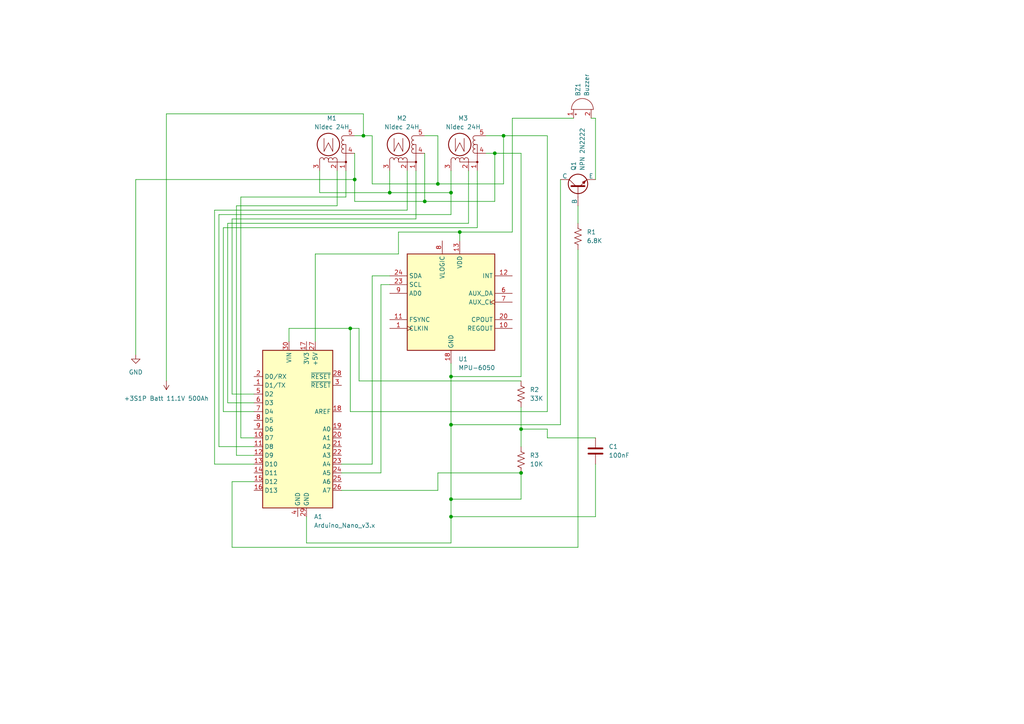
<source format=kicad_sch>
(kicad_sch (version 20250114) (generator "eeschema") (generator_version "9.0")
  (paper "A4")
  (lib_symbols
    (symbol "Device:Buzzer" (pin_names (offset 0.0254) (hide yes))
      (property "Reference" "BZ" (at 3.81 1.27 0))
      (property "Value" "Buzzer" (at 3.81 -1.27 0))
      (symbol "Buzzer_0_1"
        (polyline (pts (xy -1.651 1.905) (xy -1.143 1.905)))
        (polyline (pts (xy -1.397 2.159) (xy -1.397 1.651)))
        (arc (start 0 3.175) (mid 3.1612 0) (end 0 -3.175))
        (polyline (pts (xy 0 3.175) (xy 0 -3.175)))
      )
      (symbol "Buzzer_1_1"
        (pin passive line (at -2.54 2.54 0) (length 2.54) (name "+") (number "1"))
        (pin passive line (at -2.54 -2.54 0) (length 2.54) (name "-") (number "2"))
      )
    )
    (symbol "Device:C" (pin_numbers (hide yes)) (pin_names (offset 0.254))
      (property "Reference" "C" (at 0.635 2.54 0))
      (property "Value" "C" (at 0.635 -2.54 0))
      (symbol "C_0_1"
        (polyline (pts (xy -2.032 0.762) (xy 2.032 0.762)) (stroke (width 0.508)))
        (polyline (pts (xy -2.032 -0.762) (xy 2.032 -0.762)) (stroke (width 0.508)))
      )
      (symbol "C_1_1"
        (pin passive line (at 0 3.81 270) (length 2.794) (name "~") (number "1"))
        (pin passive line (at 0 -3.81 90) (length 2.794) (name "~") (number "2"))
      )
    )
    (symbol "Device:R_US" (pin_numbers (hide yes)) (pin_names (offset 0))
      (property "Reference" "R" (at 2.54 0 90))
      (property "Value" "R_US" (at -2.54 0 90))
      (symbol "R_US_0_1"
        (polyline (pts (xy 0 2.286) (xy 0 2.54)))
        (polyline (pts (xy 0 2.286) (xy 1.016 1.905) (xy 0 1.524) (xy -1.016 1.143) (xy 0 0.762)))
        (polyline (pts (xy 0 0.762) (xy 1.016 0.381) (xy 0 0) (xy -1.016 -0.381) (xy 0 -0.762)))
        (polyline (pts (xy 0 -0.762) (xy 1.016 -1.143) (xy 0 -1.524) (xy -1.016 -1.905) (xy 0 -2.286)))
        (polyline (pts (xy 0 -2.286) (xy 0 -2.54)))
      )
      (symbol "R_US_1_1"
        (pin passive line (at 0 3.81 270) (length 1.27) (name "~") (number "1"))
        (pin passive line (at 0 -3.81 90) (length 1.27) (name "~") (number "2"))
      )
    )
    (symbol "MCU_Module:Arduino_Nano_v3.x"
      (property "Reference" "A" (at -10.16 23.495 0))
      (property "Value" "Arduino_Nano_v3.x" (at 5.08 -24.13 0))
      (symbol "Arduino_Nano_v3.x_0_1"
        (rectangle (start -10.16 22.86) (end 10.16 -22.86) (stroke (width 0.254)) (fill (type background)))
      )
      (symbol "Arduino_Nano_v3.x_1_1"
        (pin bidirectional line (at -12.7 15.24 0) (length 2.54) (name "D0/RX") (number "2"))
        (pin bidirectional line (at -12.7 12.7 0) (length 2.54) (name "D1/TX") (number "1"))
        (pin bidirectional line (at -12.7 10.16 0) (length 2.54) (name "D2") (number "5"))
        (pin bidirectional line (at -12.7 7.62 0) (length 2.54) (name "D3") (number "6"))
        (pin bidirectional line (at -12.7 5.08 0) (length 2.54) (name "D4") (number "7"))
        (pin bidirectional line (at -12.7 2.54 0) (length 2.54) (name "D5") (number "8"))
        (pin bidirectional line (at -12.7 0 0) (length 2.54) (name "D6") (number "9"))
        (pin bidirectional line (at -12.7 -2.54 0) (length 2.54) (name "D7") (number "10"))
        (pin bidirectional line (at -12.7 -5.08 0) (length 2.54) (name "D8") (number "11"))
        (pin bidirectional line (at -12.7 -7.62 0) (length 2.54) (name "D9") (number "12"))
        (pin bidirectional line (at -12.7 -10.16 0) (length 2.54) (name "D10") (number "13"))
        (pin bidirectional line (at -12.7 -12.7 0) (length 2.54) (name "D11") (number "14"))
        (pin bidirectional line (at -12.7 -15.24 0) (length 2.54) (name "D12") (number "15"))
        (pin bidirectional line (at -12.7 -17.78 0) (length 2.54) (name "D13") (number "16"))
        (pin power_in line (at -2.54 25.4 270) (length 2.54) (name "VIN") (number "30"))
        (pin power_in line (at 0 -25.4 90) (length 2.54) (name "GND") (number "4"))
        (pin power_out line (at 2.54 25.4 270) (length 2.54) (name "3V3") (number "17"))
        (pin power_in line (at 2.54 -25.4 90) (length 2.54) (name "GND") (number "29"))
        (pin power_out line (at 5.08 25.4 270) (length 2.54) (name "+5V") (number "27"))
        (pin input line (at 12.7 15.24 180) (length 2.54) (name "~{RESET}") (number "28"))
        (pin input line (at 12.7 12.7 180) (length 2.54) (name "~{RESET}") (number "3"))
        (pin input line (at 12.7 5.08 180) (length 2.54) (name "AREF") (number "18"))
        (pin bidirectional line (at 12.7 0 180) (length 2.54) (name "A0") (number "19"))
        (pin bidirectional line (at 12.7 -2.54 180) (length 2.54) (name "A1") (number "20"))
        (pin bidirectional line (at 12.7 -5.08 180) (length 2.54) (name "A2") (number "21"))
        (pin bidirectional line (at 12.7 -7.62 180) (length 2.54) (name "A3") (number "22"))
        (pin bidirectional line (at 12.7 -10.16 180) (length 2.54) (name "A4") (number "23"))
        (pin bidirectional line (at 12.7 -12.7 180) (length 2.54) (name "A5") (number "24"))
        (pin bidirectional line (at 12.7 -15.24 180) (length 2.54) (name "A6") (number "25"))
        (pin bidirectional line (at 12.7 -17.78 180) (length 2.54) (name "A7") (number "26"))
      )
    )
    (symbol "Motor:Stepper_Motor_unipolar_5pin" (pin_names (offset 0) (hide yes))
      (property "Reference" "M" (at 3.81 2.54 0))
      (property "Value" "Stepper_Motor_unipolar_5pin" (at 3.81 1.27 0))
      (symbol "Stepper_Motor_unipolar_5pin_0_0"
        (polyline (pts (xy -1.27 -1.778) (xy -1.27 2.032) (xy 0 -0.508) (xy 1.27 2.032) (xy 1.27 -1.778)))
      )
      (symbol "Stepper_Motor_unipolar_5pin_0_1"
        (circle (center -5.08 5.08) (radius 0.0001) (fill (type outline)))
        (circle (center -5.08 5.08) (radius 0.254) (fill (type outline)))
        (polyline (pts (xy -5.08 5.08) (xy -5.08 0) (xy -4.445 0)))
        (polyline (pts (xy -5.08 2.54) (xy -4.445 2.54)))
        (polyline (pts (xy -5.08 -2.54) (xy -4.445 -2.54)))
        (arc (start -4.445 2.54) (mid -3.8127 1.905) (end -4.445 1.27))
        (arc (start -4.445 1.27) (mid -3.8127 0.635) (end -4.445 0))
        (arc (start -4.445 0) (mid -3.8127 -0.635) (end -4.445 -1.27))
        (arc (start -4.445 -1.27) (mid -3.8127 -1.905) (end -4.445 -2.54))
        (polyline (pts (xy -2.54 4.445) (xy -2.54 5.08)))
        (arc (start -1.27 4.445) (mid -1.905 3.8127) (end -2.54 4.445))
        (arc (start 0 4.445) (mid -0.635 3.8127) (end -1.27 4.445))
        (polyline (pts (xy 0 4.445) (xy 0 5.08) (xy -5.08 5.08)))
        (circle (center 0 0) (radius 3.2512) (stroke (width 0.254)))
        (arc (start 1.27 4.445) (mid 0.635 3.8127) (end 0 4.445))
        (arc (start 2.54 4.445) (mid 1.905 3.8127) (end 1.27 4.445))
        (polyline (pts (xy 2.54 4.445) (xy 2.54 5.08)))
      )
      (symbol "Stepper_Motor_unipolar_5pin_1_1"
        (pin passive line (at -7.62 2.54 0) (length 2.54) (name "~") (number "4"))
        (pin passive line (at -7.62 -2.54 0) (length 2.54) (name "~") (number "5"))
        (pin passive line (at -5.08 7.62 270) (length 2.54) (name "~") (number "1"))
        (pin passive line (at -2.54 7.62 270) (length 2.54) (name "~") (number "2"))
        (pin passive line (at 2.54 7.62 270) (length 2.54) (name "-") (number "3"))
      )
    )
    (symbol "Sensor_Motion:MPU-6050"
      (property "Reference" "U" (at -11.43 13.97 0))
      (property "Value" "MPU-6050" (at 7.62 -15.24 0))
      (symbol "MPU-6050_0_1"
        (rectangle (start -12.7 13.97) (end 12.7 -13.97) (stroke (width 0.254)) (fill (type background)))
      )
      (symbol "MPU-6050_1_1"
        (pin bidirectional line (at -17.78 7.62 0) (length 5.08) (name "SDA") (number "24"))
        (pin input line (at -17.78 5.08 0) (length 5.08) (name "SCL") (number "23"))
        (pin input line (at -17.78 2.54 0) (length 5.08) (name "AD0") (number "9"))
        (pin input line (at -17.78 -5.08 0) (length 5.08) (name "FSYNC") (number "11"))
        (pin input clock (at -17.78 -7.62 0) (length 5.08) (name "CLKIN") (number "1"))
        (pin no_connect line (at -12.7 12.7 0) (length 2.54) (hide yes) (name "NC") (number "2"))
        (pin no_connect line (at -12.7 10.16 0) (length 2.54) (hide yes) (name "NC") (number "3"))
        (pin no_connect line (at -12.7 0 0) (length 2.54) (hide yes) (name "NC") (number "4"))
        (pin no_connect line (at -12.7 -2.54 0) (length 2.54) (hide yes) (name "NC") (number "5"))
        (pin no_connect line (at -12.7 -10.16 0) (length 2.54) (hide yes) (name "NC") (number "14"))
        (pin power_in line (at -2.54 17.78 270) (length 3.81) (name "VLOGIC") (number "8"))
        (pin power_in line (at 0 -17.78 90) (length 3.81) (name "GND") (number "18"))
        (pin power_in line (at 2.54 17.78 270) (length 3.81) (name "VDD") (number "13"))
        (pin no_connect line (at 12.7 12.7 180) (length 2.54) (hide yes) (name "NC") (number "15"))
        (pin no_connect line (at 12.7 10.16 180) (length 2.54) (hide yes) (name "NC") (number "16"))
        (pin no_connect line (at 12.7 5.08 180) (length 2.54) (hide yes) (name "NC") (number "17"))
        (pin no_connect line (at 12.7 -2.54 180) (length 2.54) (hide yes) (name "RESV") (number "21"))
        (pin no_connect line (at 12.7 -10.16 180) (length 2.54) (hide yes) (name "RESV") (number "19"))
        (pin no_connect line (at 12.7 -12.7 180) (length 2.54) (hide yes) (name "RESV") (number "22"))
        (pin output line (at 17.78 7.62 180) (length 5.08) (name "INT") (number "12"))
        (pin bidirectional line (at 17.78 2.54 180) (length 5.08) (name "AUX_DA") (number "6"))
        (pin output clock (at 17.78 0 180) (length 5.08) (name "AUX_CL") (number "7"))
        (pin passive line (at 17.78 -5.08 180) (length 5.08) (name "CPOUT") (number "20"))
        (pin passive line (at 17.78 -7.62 180) (length 5.08) (name "REGOUT") (number "10"))
      )
    )
    (symbol "Simulation_SPICE:NPN" (pin_numbers (hide yes)) (pin_names (offset 0))
      (property "Reference" "Q" (at -2.54 7.62 0))
      (property "Value" "NPN" (at -2.54 5.08 0))
      (symbol "NPN_0_1"
        (polyline (pts (xy -2.54 0) (xy 0.635 0)) (stroke (width 0.1524)))
        (polyline (pts (xy 0.635 1.905) (xy 0.635 -1.905) (xy 0.635 -1.905)) (stroke (width 0.508)))
        (polyline (pts (xy 0.635 0.635) (xy 2.54 2.54)))
        (polyline (pts (xy 0.635 -0.635) (xy 2.54 -2.54) (xy 2.54 -2.54)))
        (circle (center 1.27 0) (radius 2.8194) (stroke (width 0.254)))
        (polyline (pts (xy 1.27 -1.778) (xy 1.778 -1.27) (xy 2.286 -2.286) (xy 1.27 -1.778) (xy 1.27 -1.778)) (fill (type outline)))
        (polyline (pts (xy 2.794 -1.27) (xy 2.794 -1.27)) (stroke (width 0.1524)))
        (polyline (pts (xy 2.794 -1.27) (xy 2.794 -1.27)) (stroke (width 0.1524)))
      )
      (symbol "NPN_1_1"
        (pin input line (at -5.08 0 0) (length 2.54) (name "B") (number "2"))
        (pin open_collector line (at 2.54 5.08 270) (length 2.54) (name "C") (number "1"))
        (pin open_emitter line (at 2.54 -5.08 90) (length 2.54) (name "E") (number "3"))
      )
    )
    (symbol "power:+BATT" (power) (pin_numbers (hide yes)) (pin_names (offset 0) (hide yes))
      (property "Value" "+BATT" (at 0 3.556 0))
      (symbol "+BATT_0_1"
        (polyline (pts (xy -0.762 1.27) (xy 0 2.54)))
        (polyline (pts (xy 0 2.54) (xy 0.762 1.27)))
        (polyline (pts (xy 0 0) (xy 0 2.54)))
      )
      (symbol "+BATT_1_1"
        (pin power_in line (at 0 0 90) (length 0) (name "~") (number "1"))
      )
    )
    (symbol "power:GND" (power) (pin_numbers (hide yes)) (pin_names (offset 0) (hide yes))
      (property "Value" "GND" (at 0 -3.81 0))
      (symbol "GND_0_1"
        (polyline (pts (xy 0 0) (xy 0 -1.27) (xy 1.27 -1.27) (xy 0 -2.54) (xy -1.27 -1.27) (xy 0 -1.27)))
      )
      (symbol "GND_1_1"
        (pin power_in line (at 0 0 270) (length 0) (name "~") (number "1"))
      )
    )
  )
  (junction (at 101.6 95.25))
  (junction (at 127 53.34))
  (junction (at 143.51 44.45))
  (junction (at 133.35 67.31))
  (junction (at 130.81 123.19))
  (junction (at 130.81 109.22))
  (junction (at 151.13 124.46))
  (junction (at 130.81 144.78))
  (junction (at 123.19 58.42))
  (junction (at 102.87 52.07))
  (junction (at 146.05 39.37))
  (junction (at 105.41 39.37))
  (junction (at 113.03 55.88))
  (junction (at 130.81 149.86))
  (junction (at 151.13 137.16))
  (junction (at 130.81 55.88))
  (wire (pts (xy 120.65 63.5) (xy 67.31 63.5)))
  (wire (pts (xy 148.59 34.29) (xy 148.59 67.31)))
  (wire (pts (xy 102.87 58.42) (xy 102.87 52.07)))
  (wire (pts (xy 101.6 95.25) (xy 104.14 95.25)))
  (wire (pts (xy 104.14 110.49) (xy 151.13 110.49)))
  (wire (pts (xy 66.04 64.77) (xy 66.04 116.84)))
  (wire (pts (xy 130.81 62.23) (xy 63.5 62.23)))
  (wire (pts (xy 172.72 149.86) (xy 130.81 149.86)))
  (wire (pts (xy 83.82 99.06) (xy 83.82 95.25)))
  (wire (pts (xy 104.14 95.25) (xy 104.14 110.49)))
  (wire (pts (xy 67.31 114.3) (xy 73.66 114.3)))
  (wire (pts (xy 138.43 49.53) (xy 138.43 66.04)))
  (wire (pts (xy 63.5 129.54) (xy 73.66 129.54)))
  (wire (pts (xy 83.82 95.25) (xy 101.6 95.25)))
  (wire (pts (xy 151.13 44.45) (xy 151.13 109.22)))
  (wire (pts (xy 67.31 63.5) (xy 67.31 114.3)))
  (wire (pts (xy 130.81 49.53) (xy 130.81 55.88)))
  (wire (pts (xy 91.44 73.66) (xy 115.57 73.66)))
  (wire (pts (xy 135.89 64.77) (xy 66.04 64.77)))
  (wire (pts (xy 140.97 44.45) (xy 143.51 44.45)))
  (wire (pts (xy 39.37 52.07) (xy 102.87 52.07)))
  (wire (pts (xy 64.77 119.38) (xy 73.66 119.38)))
  (wire (pts (xy 88.9 149.86) (xy 88.9 157.48)))
  (wire (pts (xy 66.04 116.84) (xy 73.66 116.84)))
  (wire (pts (xy 130.81 109.22) (xy 130.81 123.19)))
  (wire (pts (xy 120.65 49.53) (xy 120.65 63.5)))
  (wire (pts (xy 100.33 49.53) (xy 100.33 57.15)))
  (wire (pts (xy 101.6 119.38) (xy 101.6 95.25)))
  (wire (pts (xy 107.95 134.62) (xy 107.95 80.01)))
  (wire (pts (xy 123.19 58.42) (xy 102.87 58.42)))
  (wire (pts (xy 64.77 66.04) (xy 64.77 119.38)))
  (wire (pts (xy 64.77 66.04) (xy 138.43 66.04)))
  (wire (pts (xy 62.23 134.62) (xy 62.23 60.96)))
  (wire (pts (xy 68.58 59.69) (xy 68.58 132.08)))
  (wire (pts (xy 130.81 123.19) (xy 162.56 123.19)))
  (wire (pts (xy 69.85 57.15) (xy 69.85 127)))
  (wire (pts (xy 67.31 158.75) (xy 67.31 139.7)))
  (wire (pts (xy 148.59 67.31) (xy 133.35 67.31)))
  (wire (pts (xy 115.57 67.31) (xy 133.35 67.31)))
  (wire (pts (xy 127 142.24) (xy 127 137.16)))
  (wire (pts (xy 127 53.34) (xy 146.05 53.34)))
  (wire (pts (xy 172.72 34.29) (xy 171.45 34.29)))
  (wire (pts (xy 127 39.37) (xy 123.19 39.37)))
  (wire (pts (xy 62.23 134.62) (xy 73.66 134.62)))
  (wire (pts (xy 62.23 60.96) (xy 118.11 60.96)))
  (wire (pts (xy 130.81 149.86) (xy 130.81 157.48)))
  (wire (pts (xy 100.33 57.15) (xy 69.85 57.15)))
  (wire (pts (xy 158.75 124.46) (xy 151.13 124.46)))
  (wire (pts (xy 107.95 39.37) (xy 107.95 53.34)))
  (wire (pts (xy 151.13 118.11) (xy 151.13 124.46)))
  (wire (pts (xy 69.85 127) (xy 73.66 127)))
  (wire (pts (xy 146.05 39.37) (xy 158.75 39.37)))
  (wire (pts (xy 97.79 49.53) (xy 97.79 59.69)))
  (wire (pts (xy 67.31 139.7) (xy 73.66 139.7)))
  (wire (pts (xy 48.26 33.02) (xy 105.41 33.02)))
  (wire (pts (xy 143.51 44.45) (xy 151.13 44.45)))
  (wire (pts (xy 48.26 110.49) (xy 48.26 33.02)))
  (wire (pts (xy 172.72 52.07) (xy 172.72 34.29)))
  (wire (pts (xy 92.71 55.88) (xy 113.03 55.88)))
  (wire (pts (xy 166.37 34.29) (xy 148.59 34.29)))
  (wire (pts (xy 118.11 49.53) (xy 118.11 60.96)))
  (wire (pts (xy 110.49 137.16) (xy 110.49 82.55)))
  (wire (pts (xy 158.75 127) (xy 158.75 124.46)))
  (wire (pts (xy 151.13 124.46) (xy 151.13 129.54)))
  (wire (pts (xy 130.81 144.78) (xy 151.13 144.78)))
  (wire (pts (xy 143.51 44.45) (xy 143.51 58.42)))
  (wire (pts (xy 146.05 39.37) (xy 146.05 53.34)))
  (wire (pts (xy 172.72 127) (xy 158.75 127)))
  (wire (pts (xy 123.19 58.42) (xy 143.51 58.42)))
  (wire (pts (xy 133.35 67.31) (xy 133.35 69.85)))
  (wire (pts (xy 97.79 59.69) (xy 68.58 59.69)))
  (wire (pts (xy 135.89 49.53) (xy 135.89 64.77)))
  (wire (pts (xy 39.37 102.87) (xy 39.37 52.07)))
  (wire (pts (xy 99.06 142.24) (xy 127 142.24)))
  (wire (pts (xy 110.49 82.55) (xy 113.03 82.55)))
  (wire (pts (xy 172.72 134.62) (xy 172.72 149.86)))
  (wire (pts (xy 167.64 72.39) (xy 167.64 158.75)))
  (wire (pts (xy 167.64 158.75) (xy 67.31 158.75)))
  (wire (pts (xy 127 53.34) (xy 127 39.37)))
  (wire (pts (xy 127 137.16) (xy 151.13 137.16)))
  (wire (pts (xy 130.81 105.41) (xy 130.81 109.22)))
  (wire (pts (xy 88.9 157.48) (xy 130.81 157.48)))
  (wire (pts (xy 99.06 134.62) (xy 107.95 134.62)))
  (wire (pts (xy 130.81 123.19) (xy 130.81 144.78)))
  (wire (pts (xy 91.44 99.06) (xy 91.44 73.66)))
  (wire (pts (xy 151.13 109.22) (xy 130.81 109.22)))
  (wire (pts (xy 158.75 119.38) (xy 101.6 119.38)))
  (wire (pts (xy 68.58 132.08) (xy 73.66 132.08)))
  (wire (pts (xy 158.75 39.37) (xy 158.75 119.38)))
  (wire (pts (xy 105.41 39.37) (xy 107.95 39.37)))
  (wire (pts (xy 140.97 39.37) (xy 146.05 39.37)))
  (wire (pts (xy 113.03 55.88) (xy 130.81 55.88)))
  (wire (pts (xy 130.81 144.78) (xy 130.81 149.86)))
  (wire (pts (xy 162.56 52.07) (xy 162.56 123.19)))
  (wire (pts (xy 92.71 49.53) (xy 92.71 55.88)))
  (wire (pts (xy 63.5 62.23) (xy 63.5 129.54)))
  (wire (pts (xy 115.57 73.66) (xy 115.57 67.31)))
  (wire (pts (xy 107.95 80.01) (xy 113.03 80.01)))
  (wire (pts (xy 102.87 39.37) (xy 105.41 39.37)))
  (wire (pts (xy 107.95 53.34) (xy 127 53.34)))
  (wire (pts (xy 167.64 59.69) (xy 167.64 64.77)))
  (wire (pts (xy 99.06 137.16) (xy 110.49 137.16)))
  (wire (pts (xy 130.81 55.88) (xy 130.81 62.23)))
  (wire (pts (xy 151.13 137.16) (xy 151.13 144.78)))
  (wire (pts (xy 113.03 49.53) (xy 113.03 55.88)))
  (wire (pts (xy 102.87 52.07) (xy 102.87 44.45)))
  (wire (pts (xy 123.19 44.45) (xy 123.19 58.42)))
  (wire (pts (xy 105.41 33.02) (xy 105.41 39.37)))
  (symbol (lib_id "Motor:Stepper_Motor_unipolar_5pin") (at 95.25 41.91 180) (unit 1)
    (property "Reference" "M1" (at 96.2279 34.29 0))
    (property "Value" "Nidec 24H" (at 96.2279 36.83 0))
    (property "Datasheet" "http://www.infineon.com/dgdl/Application-Note-TLE8110EE_driving_UniPolarStepperMotor_V1.1.pdf?fileId=db3a30431be39b97011be5d0aa0a00b0" (effects (hide yes)))
    (property "Description" "5-wire unipolar stepper motor" (effects (hide yes)))
  )
  (symbol (lib_id "Motor:Stepper_Motor_unipolar_5pin") (at 133.35 41.91 180) (unit 1)
    (property "Reference" "M3" (at 134.3279 34.29 0))
    (property "Value" "Nidec 24H" (at 134.3279 36.83 0))
    (property "Datasheet" "http://www.infineon.com/dgdl/Application-Note-TLE8110EE_driving_UniPolarStepperMotor_V1.1.pdf?fileId=db3a30431be39b97011be5d0aa0a00b0" (effects (hide yes)))
    (property "Description" "5-wire unipolar stepper motor" (effects (hide yes)))
  )
  (symbol (lib_id "Simulation_SPICE:NPN") (at 167.64 54.61 90) (unit 1)
    (property "Reference" "Q1" (at 166.3699 49.53 0) (effects (justify left)))
    (property "Value" "NPN 2N2222" (at 168.9099 49.53 0) (effects (justify left)))
    (property "Footprint" "Package_TO_SOT_THT:TO-39-3" (effects (hide yes)))
    (property "Datasheet" "https://ngspice.sourceforge.io/docs/ngspice-html-manual/manual.xhtml#cha_BJTs" (effects (hide yes)))
    (property "Description" "Bipolar transistor symbol for simulation only, substrate tied to the emitter" (effects (hide yes)))
    (property "Sim.Device" "NPN" (effects (hide yes)))
    (property "Sim.Type" "GUMMELPOON" (effects (hide yes)))
    (property "Sim.Pins" "1=C 2=B 3=E" (effects (hide yes)))
  )
  (symbol (lib_id "Device:R_US") (at 151.13 114.3 0) (unit 1)
    (property "Reference" "R2" (at 153.67 113.0299 0) (effects (justify left)))
    (property "Value" "33K" (at 153.67 115.5699 0) (effects (justify left)))
    (property "Footprint" "Resistor_SMD:R_0805_2012Metric" (effects (hide yes)))
    (property "Description" "Resistor, US symbol" (effects (hide yes)))
  )
  (symbol (lib_id "Motor:Stepper_Motor_unipolar_5pin") (at 115.57 41.91 180) (unit 1)
    (property "Reference" "M2" (at 116.5479 34.29 0))
    (property "Value" "Nidec 24H" (at 116.5479 36.83 0))
    (property "Datasheet" "http://www.infineon.com/dgdl/Application-Note-TLE8110EE_driving_UniPolarStepperMotor_V1.1.pdf?fileId=db3a30431be39b97011be5d0aa0a00b0" (effects (hide yes)))
    (property "Description" "5-wire unipolar stepper motor" (effects (hide yes)))
  )
  (symbol (lib_id "power:+BATT") (at 48.26 110.49 180) (unit 1)
    (property "Reference" "#PWR01" (effects (hide yes)))
    (property "Value" "+3S1P Batt 11.1V 500Ah" (at 48.26 115.57 0))
    (property "Description" "Power symbol creates a global label with name \"+BATT\"" (effects (hide yes)))
  )
  (symbol (lib_id "Device:Buzzer") (at 168.91 31.75 90) (unit 1)
    (property "Reference" "BZ1" (at 167.6399 27.94 0) (effects (justify left)))
    (property "Value" "Buzzer" (at 170.1799 27.94 0) (effects (justify left)))
    (property "Description" "Buzzer, polarized" (effects (hide yes)))
  )
  (symbol (lib_id "Sensor_Motion:MPU-6050") (at 130.81 87.63 0) (unit 1)
    (property "Reference" "U1" (at 132.9533 104.14 0) (effects (justify left)))
    (property "Value" "MPU-6050" (at 132.9533 106.68 0) (effects (justify left)))
    (property "Footprint" "Sensor_Motion:InvenSense_QFN-24_4x4mm_P0.5mm" (effects (hide yes)))
    (property "Datasheet" "https://invensense.tdk.com/wp-content/uploads/2015/02/MPU-6000-Datasheet1.pdf" (effects (hide yes)))
    (property "Description" "InvenSense 6-Axis Motion Sensor, Gyroscope, Accelerometer, I2C" (effects (hide yes)))
  )
  (symbol (lib_id "MCU_Module:Arduino_Nano_v3.x") (at 86.36 124.46 0) (unit 1)
    (property "Reference" "A1" (at 91.0433 149.86 0) (effects (justify left)))
    (property "Value" "Arduino_Nano_v3.x" (at 91.0433 152.4 0) (effects (justify left)))
    (property "Footprint" "Module:Arduino_Nano" (effects (hide yes)))
    (property "Datasheet" "http://www.mouser.com/pdfdocs/Gravitech_Arduino_Nano3_0.pdf" (effects (hide yes)))
    (property "Description" "Arduino Nano v3.x" (effects (hide yes)))
  )
  (symbol (lib_id "Device:C") (at 172.72 130.81 0) (unit 1)
    (property "Reference" "C1" (at 176.53 129.5399 0) (effects (justify left)))
    (property "Value" "100nF" (at 176.53 132.0799 0) (effects (justify left)))
    (property "Description" "Unpolarized capacitor" (effects (hide yes)))
  )
  (symbol (lib_id "power:GND") (at 39.37 102.87 0) (unit 1)
    (property "Reference" "#PWR02" (effects (hide yes)))
    (property "Value" "GND" (at 39.37 107.95 0))
    (property "Description" "Power symbol creates a global label with name \"GND\" , ground" (effects (hide yes)))
  )
  (symbol (lib_id "Device:R_US") (at 167.64 68.58 0) (unit 1)
    (property "Reference" "R1" (at 170.18 67.3099 0) (effects (justify left)))
    (property "Value" "6.8K" (at 170.18 69.8499 0) (effects (justify left)))
    (property "Footprint" "Resistor_SMD:R_0805_2012Metric" (effects (hide yes)))
    (property "Description" "Resistor, US symbol" (effects (hide yes)))
  )
  (symbol (lib_id "Device:R_US") (at 151.13 133.35 0) (unit 1)
    (property "Reference" "R3" (at 153.67 132.0799 0) (effects (justify left)))
    (property "Value" "10K" (at 153.67 134.6199 0) (effects (justify left)))
    (property "Footprint" "Resistor_SMD:R_0805_2012Metric" (effects (hide yes)))
    (property "Description" "Resistor, US symbol" (effects (hide yes)))
  )
)
</source>
